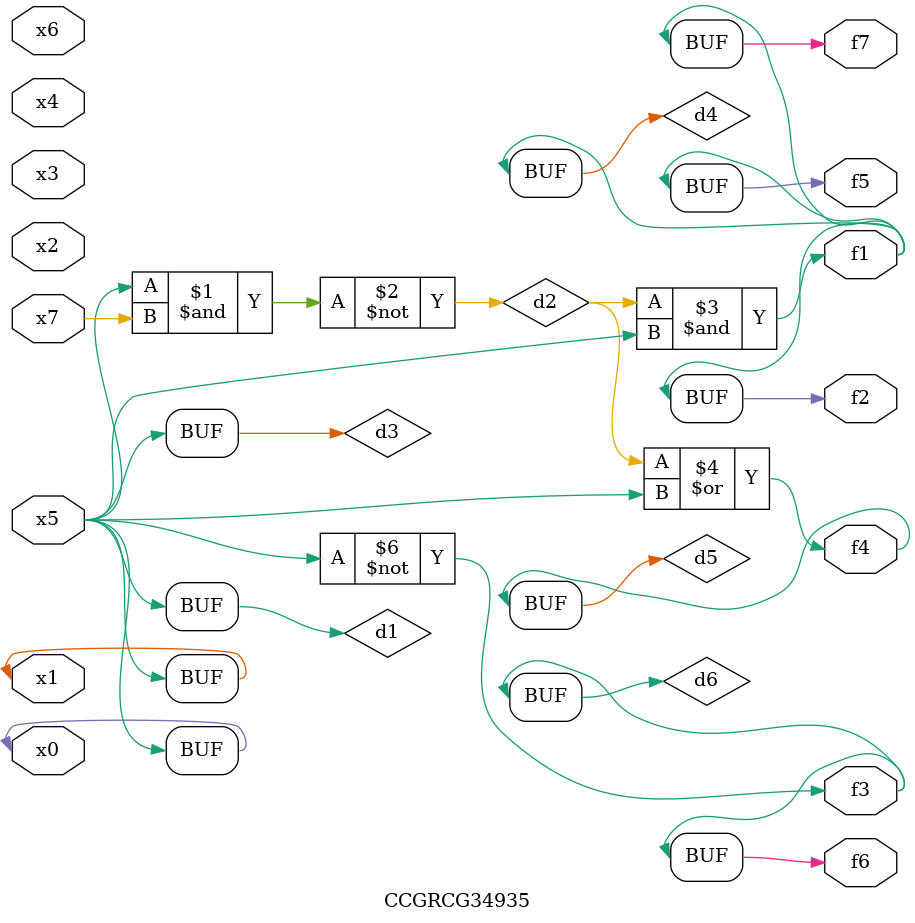
<source format=v>
module CCGRCG34935(
	input x0, x1, x2, x3, x4, x5, x6, x7,
	output f1, f2, f3, f4, f5, f6, f7
);

	wire d1, d2, d3, d4, d5, d6;

	buf (d1, x0, x5);
	nand (d2, x5, x7);
	buf (d3, x0, x1);
	and (d4, d2, d3);
	or (d5, d2, d3);
	nor (d6, d1, d3);
	assign f1 = d4;
	assign f2 = d4;
	assign f3 = d6;
	assign f4 = d5;
	assign f5 = d4;
	assign f6 = d6;
	assign f7 = d4;
endmodule

</source>
